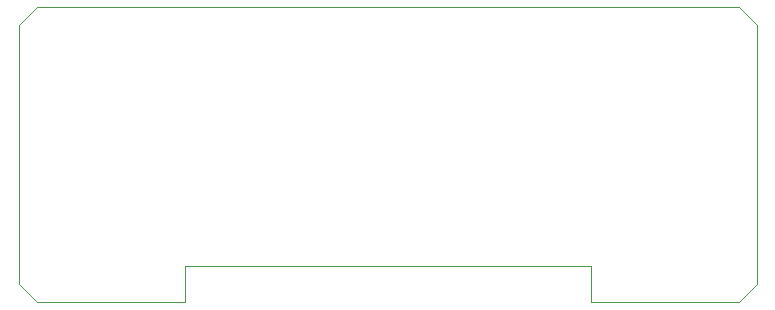
<source format=gbr>
%TF.GenerationSoftware,Altium Limited,Altium Designer,19.0.11 (319)*%
G04 Layer_Color=0*
%FSLAX26Y26*%
%MOIN*%
%TF.FileFunction,Profile,NP*%
%TF.Part,Single*%
G01*
G75*
%TA.AperFunction,Profile*%
%ADD127C,0.001000*%
D127*
X2460630Y61024D02*
X2399606Y0D01*
X1906496D01*
Y123031D01*
X554134D01*
Y0D01*
X61024D01*
X0Y61024D01*
Y923228D01*
X61024Y984252D01*
X2399606Y984252D01*
X2460630Y923228D01*
Y61024D01*
%TF.MD5,e68718b3de47cb8e046e620f9cc7d362*%
M02*

</source>
